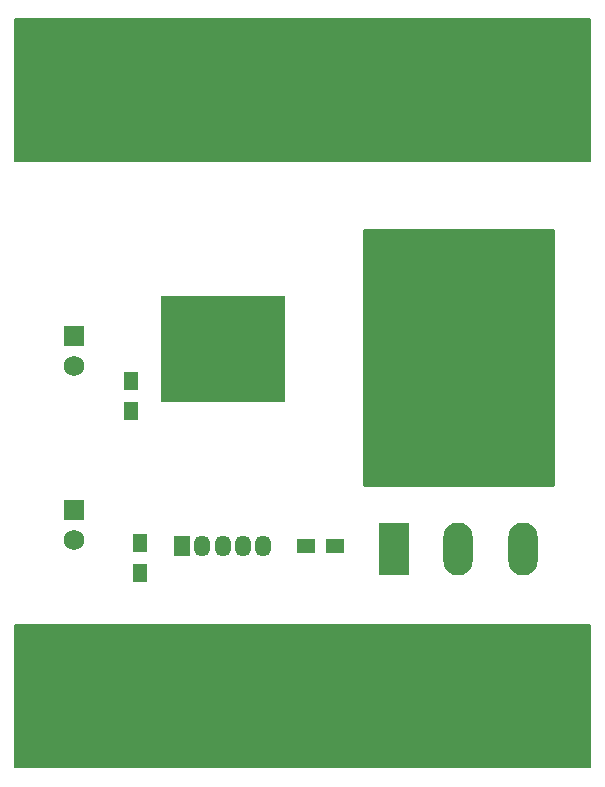
<source format=gts>
G04 #@! TF.FileFunction,Soldermask,Top*
%FSLAX46Y46*%
G04 Gerber Fmt 4.6, Leading zero omitted, Abs format (unit mm)*
G04 Created by KiCad (PCBNEW 4.0.4-stable) date 04/13/19 01:51:21*
%MOMM*%
%LPD*%
G01*
G04 APERTURE LIST*
%ADD10C,0.100000*%
%ADD11R,1.500000X1.250000*%
%ADD12R,1.250000X1.500000*%
%ADD13R,1.750000X1.750000*%
%ADD14C,1.750000*%
%ADD15R,10.541000X9.093200*%
%ADD16R,1.350000X1.800000*%
%ADD17O,1.350000X1.800000*%
%ADD18R,13.970000X13.970000*%
%ADD19R,2.500000X4.500000*%
%ADD20O,2.500000X4.500000*%
%ADD21R,6.350000X6.350000*%
%ADD22C,0.152400*%
%ADD23C,0.254000*%
G04 APERTURE END LIST*
D10*
D11*
X153142000Y-107696000D03*
X150642000Y-107696000D03*
D12*
X136652000Y-109962000D03*
X136652000Y-107462000D03*
D13*
X131064000Y-104648000D03*
D14*
X131064000Y-107148000D03*
D13*
X131064000Y-89916000D03*
D14*
X131064000Y-92416000D03*
D12*
X135890000Y-93746000D03*
X135890000Y-96246000D03*
D15*
X143608000Y-91036000D03*
D16*
X140208000Y-107696000D03*
D17*
X141908000Y-107696000D03*
X143608000Y-107696000D03*
X145308000Y-107696000D03*
X147008000Y-107696000D03*
D18*
X163565000Y-88090000D03*
D19*
X158115000Y-107950000D03*
D20*
X163565000Y-107950000D03*
X169015000Y-107950000D03*
D21*
X163068000Y-69088000D03*
X163068000Y-120396000D03*
X137668000Y-69088000D03*
X137668000Y-120396000D03*
D22*
G36*
X174675800Y-126415800D02*
X126060200Y-126415800D01*
X126060200Y-114376200D01*
X174675800Y-114376200D01*
X174675800Y-126415800D01*
X174675800Y-126415800D01*
G37*
X174675800Y-126415800D02*
X126060200Y-126415800D01*
X126060200Y-114376200D01*
X174675800Y-114376200D01*
X174675800Y-126415800D01*
G36*
X174675800Y-75107800D02*
X126060200Y-75107800D01*
X126060200Y-63068200D01*
X174675800Y-63068200D01*
X174675800Y-75107800D01*
X174675800Y-75107800D01*
G37*
X174675800Y-75107800D02*
X126060200Y-75107800D01*
X126060200Y-63068200D01*
X174675800Y-63068200D01*
X174675800Y-75107800D01*
D23*
G36*
X171577000Y-102489000D02*
X155575000Y-102489000D01*
X155575000Y-80899000D01*
X171577000Y-80899000D01*
X171577000Y-102489000D01*
X171577000Y-102489000D01*
G37*
X171577000Y-102489000D02*
X155575000Y-102489000D01*
X155575000Y-80899000D01*
X171577000Y-80899000D01*
X171577000Y-102489000D01*
M02*

</source>
